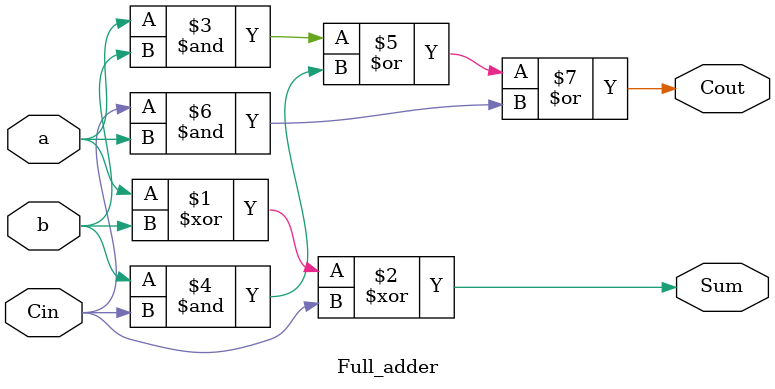
<source format=v>
`timescale 1ns / 1ps
module Full_adder(
    input a,b,Cin,
    output Cout,Sum
    );
	 
	 assign Sum = a ^ b^ Cin;
	 assign Cout = (a&b) | (b&Cin) | (Cin&a);


endmodule

</source>
